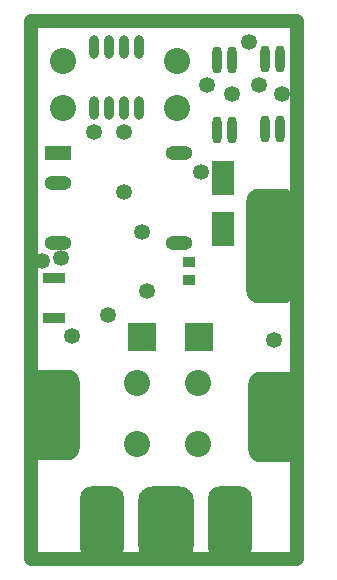
<source format=gts>
%FSLAX25Y25*%
%MOIN*%
G70*
G01*
G75*
G04 Layer_Color=8388736*
%ADD10R,0.06890X0.10433*%
%ADD11R,0.08504X0.08898*%
%ADD12R,0.06693X0.02953*%
%ADD13R,0.08268X0.03937*%
%ADD14O,0.08268X0.03937*%
%ADD15O,0.02362X0.07087*%
%ADD16O,0.02362X0.08268*%
%ADD17R,0.03543X0.02756*%
%ADD18C,0.01000*%
%ADD19C,0.05000*%
%ADD20C,0.07000*%
%ADD21C,0.02000*%
%ADD22R,0.29000X0.24000*%
%ADD23R,0.30500X0.24000*%
%ADD24C,0.04724*%
G04:AMPARAMS|DCode=25|XSize=137.8mil|YSize=236.22mil|CornerRadius=34.45mil|HoleSize=0mil|Usage=FLASHONLY|Rotation=0.000|XOffset=0mil|YOffset=0mil|HoleType=Round|Shape=RoundedRectangle|*
%AMROUNDEDRECTD25*
21,1,0.13780,0.16732,0,0,0.0*
21,1,0.06890,0.23622,0,0,0.0*
1,1,0.06890,0.03445,-0.08366*
1,1,0.06890,-0.03445,-0.08366*
1,1,0.06890,-0.03445,0.08366*
1,1,0.06890,0.03445,0.08366*
%
%ADD25ROUNDEDRECTD25*%
G04:AMPARAMS|DCode=26|XSize=177.16mil|YSize=236.22mil|CornerRadius=44.29mil|HoleSize=0mil|Usage=FLASHONLY|Rotation=0.000|XOffset=0mil|YOffset=0mil|HoleType=Round|Shape=RoundedRectangle|*
%AMROUNDEDRECTD26*
21,1,0.17716,0.14764,0,0,0.0*
21,1,0.08858,0.23622,0,0,0.0*
1,1,0.08858,0.04429,-0.07382*
1,1,0.08858,-0.04429,-0.07382*
1,1,0.08858,-0.04429,0.07382*
1,1,0.08858,0.04429,0.07382*
%
%ADD26ROUNDEDRECTD26*%
G04:AMPARAMS|DCode=27|XSize=374.02mil|YSize=157.48mil|CornerRadius=39.37mil|HoleSize=0mil|Usage=FLASHONLY|Rotation=90.000|XOffset=0mil|YOffset=0mil|HoleType=Round|Shape=RoundedRectangle|*
%AMROUNDEDRECTD27*
21,1,0.37402,0.07874,0,0,90.0*
21,1,0.29528,0.15748,0,0,90.0*
1,1,0.07874,0.03937,0.14764*
1,1,0.07874,0.03937,-0.14764*
1,1,0.07874,-0.03937,-0.14764*
1,1,0.07874,-0.03937,0.14764*
%
%ADD27ROUNDEDRECTD27*%
G04:AMPARAMS|DCode=28|XSize=295.28mil|YSize=157.48mil|CornerRadius=39.37mil|HoleSize=0mil|Usage=FLASHONLY|Rotation=90.000|XOffset=0mil|YOffset=0mil|HoleType=Round|Shape=RoundedRectangle|*
%AMROUNDEDRECTD28*
21,1,0.29528,0.07874,0,0,90.0*
21,1,0.21654,0.15748,0,0,90.0*
1,1,0.07874,0.03937,0.10827*
1,1,0.07874,0.03937,-0.10827*
1,1,0.07874,-0.03937,-0.10827*
1,1,0.07874,-0.03937,0.10827*
%
%ADD28ROUNDEDRECTD28*%
%ADD29C,0.07874*%
%ADD30C,0.04500*%
%ADD31R,0.03150X0.03543*%
%ADD32R,0.03543X0.03150*%
%ADD33R,0.04528X0.02362*%
%ADD34R,0.02362X0.04528*%
%ADD35R,0.02756X0.03543*%
%ADD36R,0.05118X0.13189*%
%ADD37C,0.01500*%
%ADD38C,0.10000*%
%ADD39C,0.05500*%
%ADD40R,0.31000X0.24500*%
%ADD41R,0.30000X0.24000*%
%ADD42C,0.00787*%
%ADD43C,0.00984*%
%ADD44C,0.02362*%
%ADD45C,0.00600*%
%ADD46R,0.07690X0.11233*%
%ADD47R,0.09304X0.09698*%
%ADD48R,0.07493X0.03753*%
%ADD49R,0.09068X0.04737*%
%ADD50O,0.09068X0.04737*%
%ADD51O,0.03162X0.07887*%
%ADD52O,0.03162X0.09068*%
%ADD53R,0.04343X0.03556*%
G04:AMPARAMS|DCode=54|XSize=145.79mil|YSize=244.22mil|CornerRadius=38.45mil|HoleSize=0mil|Usage=FLASHONLY|Rotation=0.000|XOffset=0mil|YOffset=0mil|HoleType=Round|Shape=RoundedRectangle|*
%AMROUNDEDRECTD54*
21,1,0.14579,0.16732,0,0,0.0*
21,1,0.06890,0.24422,0,0,0.0*
1,1,0.07690,0.03445,-0.08366*
1,1,0.07690,-0.03445,-0.08366*
1,1,0.07690,-0.03445,0.08366*
1,1,0.07690,0.03445,0.08366*
%
%ADD54ROUNDEDRECTD54*%
G04:AMPARAMS|DCode=55|XSize=185.17mil|YSize=244.22mil|CornerRadius=48.29mil|HoleSize=0mil|Usage=FLASHONLY|Rotation=0.000|XOffset=0mil|YOffset=0mil|HoleType=Round|Shape=RoundedRectangle|*
%AMROUNDEDRECTD55*
21,1,0.18517,0.14764,0,0,0.0*
21,1,0.08858,0.24422,0,0,0.0*
1,1,0.09658,0.04429,-0.07382*
1,1,0.09658,-0.04429,-0.07382*
1,1,0.09658,-0.04429,0.07382*
1,1,0.09658,0.04429,0.07382*
%
%ADD55ROUNDEDRECTD55*%
G04:AMPARAMS|DCode=56|XSize=382.02mil|YSize=165.48mil|CornerRadius=43.37mil|HoleSize=0mil|Usage=FLASHONLY|Rotation=90.000|XOffset=0mil|YOffset=0mil|HoleType=Round|Shape=RoundedRectangle|*
%AMROUNDEDRECTD56*
21,1,0.38202,0.07874,0,0,90.0*
21,1,0.29528,0.16548,0,0,90.0*
1,1,0.08674,0.03937,0.14764*
1,1,0.08674,0.03937,-0.14764*
1,1,0.08674,-0.03937,-0.14764*
1,1,0.08674,-0.03937,0.14764*
%
%ADD56ROUNDEDRECTD56*%
G04:AMPARAMS|DCode=57|XSize=303.28mil|YSize=165.48mil|CornerRadius=43.37mil|HoleSize=0mil|Usage=FLASHONLY|Rotation=90.000|XOffset=0mil|YOffset=0mil|HoleType=Round|Shape=RoundedRectangle|*
%AMROUNDEDRECTD57*
21,1,0.30328,0.07874,0,0,90.0*
21,1,0.21654,0.16548,0,0,90.0*
1,1,0.08674,0.03937,0.10827*
1,1,0.08674,0.03937,-0.10827*
1,1,0.08674,-0.03937,-0.10827*
1,1,0.08674,-0.03937,0.10827*
%
%ADD57ROUNDEDRECTD57*%
%ADD58C,0.08674*%
%ADD59C,0.05300*%
D24*
X0Y0D02*
Y179500D01*
Y0D02*
X88500D01*
X0Y179500D02*
X88500D01*
Y0D02*
Y179500D01*
D46*
X64000Y110035D02*
D03*
Y126965D02*
D03*
D47*
X56146Y74000D02*
D03*
X36854D02*
D03*
D48*
X7500Y80209D02*
D03*
Y93791D02*
D03*
D49*
X9000Y135500D02*
D03*
D50*
Y125500D02*
D03*
Y105500D02*
D03*
X49157Y135500D02*
D03*
Y105500D02*
D03*
D51*
X21000Y150264D02*
D03*
X26000D02*
D03*
X31000D02*
D03*
X36000D02*
D03*
X21000Y170736D02*
D03*
X26000D02*
D03*
X31000D02*
D03*
X36000D02*
D03*
D52*
X62000Y143173D02*
D03*
X67000D02*
D03*
X62000Y166402D02*
D03*
X67000D02*
D03*
X83000Y166614D02*
D03*
X78000D02*
D03*
X83000Y143386D02*
D03*
X78000D02*
D03*
D53*
X52500Y93047D02*
D03*
Y98953D02*
D03*
D54*
X66413Y12094D02*
D03*
X23500D02*
D03*
D55*
X44957D02*
D03*
D56*
X80000Y104500D02*
D03*
D57*
X8000Y48000D02*
D03*
X80500Y47500D02*
D03*
D58*
X35461Y58539D02*
D03*
X55539D02*
D03*
X35461Y38461D02*
D03*
X55539D02*
D03*
X10500Y150500D02*
D03*
Y166000D02*
D03*
X48500Y150500D02*
D03*
X48500Y166000D02*
D03*
D59*
X10000Y100500D02*
D03*
X38500Y89500D02*
D03*
X56500Y129000D02*
D03*
X3500Y99500D02*
D03*
X13750Y74482D02*
D03*
X25500Y81500D02*
D03*
X81000Y73000D02*
D03*
X31000Y122500D02*
D03*
X21000Y142500D02*
D03*
X31000D02*
D03*
X83500Y155000D02*
D03*
X76000Y158000D02*
D03*
X67000Y155000D02*
D03*
X58500Y158000D02*
D03*
X72500Y172500D02*
D03*
X37000Y109000D02*
D03*
M02*

</source>
